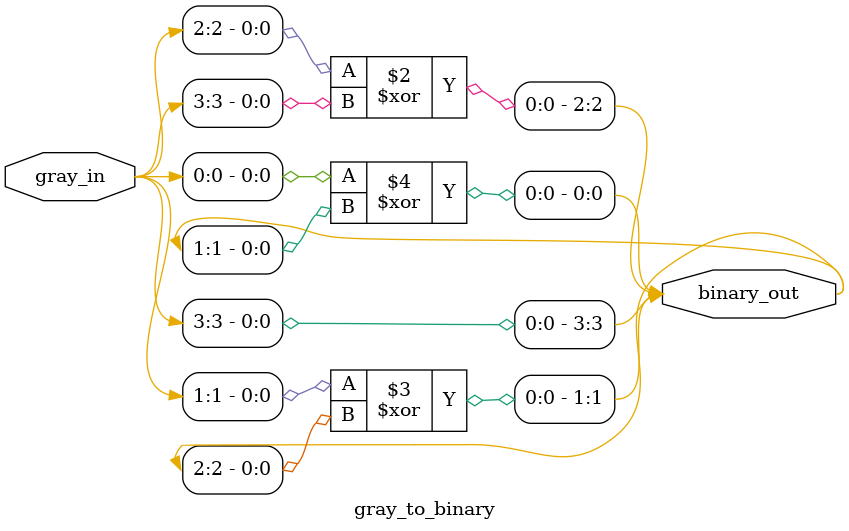
<source format=v>
module gray_to_binary(
    input  [3:0] gray_in,     
    output [3:0] binary_out   
);
always @(*) begin
        // MSB remains same
        binary_out[3] = gray_in[3];
        binary_out[2] = gray_in[2] ^ binary_out[3];
        binary_out[1] = gray_in[1] ^ binary_out[2];
        binary_out[0] = gray_in[0] ^ binary_out[1];
    end
    endmodule
</source>
